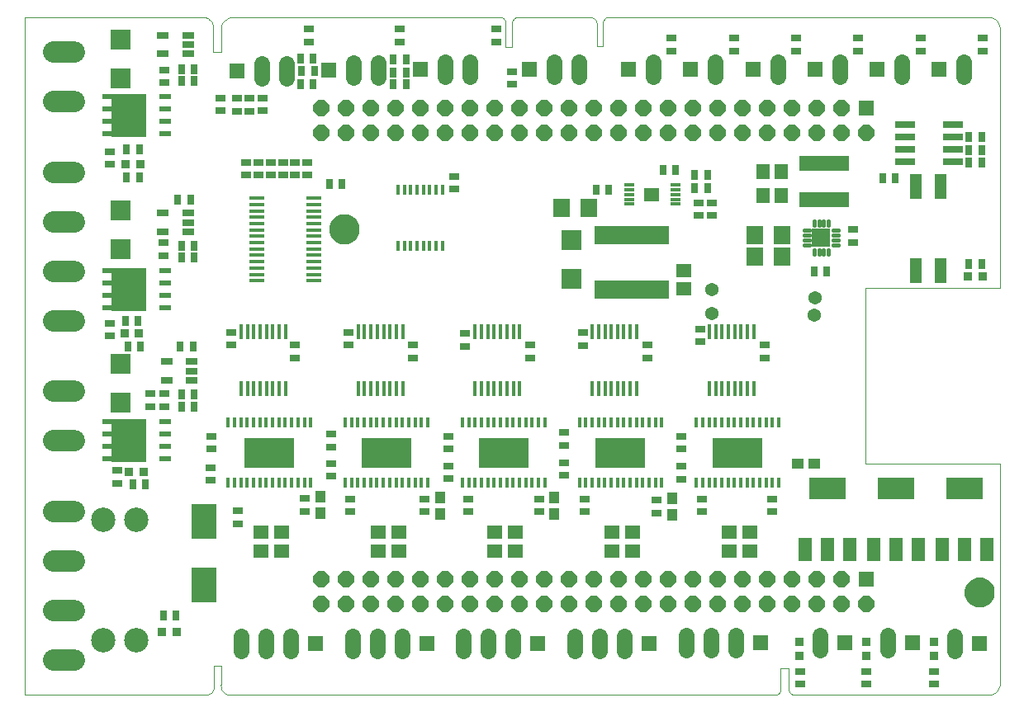
<source format=gts>
G75*
%MOIN*%
%OFA0B0*%
%FSLAX24Y24*%
%IPPOS*%
%LPD*%
%AMOC8*
5,1,8,0,0,1.08239X$1,22.5*
%
%ADD10C,0.0000*%
%ADD11R,0.0178X0.0434*%
%ADD12R,0.2009X0.1221*%
%ADD13R,0.0180X0.0620*%
%ADD14R,0.0160X0.0430*%
%ADD15R,0.0394X0.0316*%
%ADD16R,0.0631X0.0552*%
%ADD17R,0.0355X0.0355*%
%ADD18R,0.0520X0.0920*%
%ADD19R,0.1457X0.0906*%
%ADD20R,0.0316X0.0394*%
%ADD21R,0.0620X0.0180*%
%ADD22R,0.0473X0.0434*%
%ADD23R,0.0434X0.0473*%
%ADD24R,0.0640X0.0640*%
%ADD25C,0.0640*%
%ADD26C,0.0865*%
%ADD27R,0.0485X0.1001*%
%ADD28R,0.1024X0.1418*%
%ADD29R,0.0827X0.0827*%
%ADD30C,0.0158*%
%ADD31R,0.0749X0.0749*%
%ADD32R,0.0670X0.0749*%
%ADD33R,0.0552X0.0631*%
%ADD34R,0.2009X0.0591*%
%ADD35R,0.0434X0.0158*%
%ADD36R,0.2993X0.0749*%
%ADD37R,0.0820X0.0250*%
%ADD38C,0.0500*%
%ADD39C,0.0434*%
%ADD40C,0.0540*%
%ADD41R,0.0473X0.0237*%
%ADD42R,0.1418X0.1733*%
%ADD43R,0.0512X0.0257*%
%ADD44OC8,0.0640*%
%ADD45C,0.0985*%
D10*
X002484Y003433D02*
X009806Y003433D01*
X009807Y003433D02*
X009841Y003436D01*
X009875Y003443D01*
X009909Y003454D01*
X009941Y003467D01*
X009971Y003484D01*
X010000Y003503D01*
X010027Y003525D01*
X010052Y003550D01*
X010073Y003577D01*
X010093Y003606D01*
X010109Y003637D01*
X010122Y003670D01*
X010132Y003703D01*
X010138Y003737D01*
X010142Y003772D01*
X010141Y003807D01*
X010141Y004614D01*
X010417Y004614D01*
X010417Y003846D01*
X010416Y003847D02*
X010415Y003809D01*
X010418Y003771D01*
X010424Y003734D01*
X010434Y003697D01*
X010448Y003662D01*
X010464Y003628D01*
X010485Y003596D01*
X010508Y003566D01*
X010534Y003539D01*
X010562Y003514D01*
X010593Y003492D01*
X010626Y003474D01*
X010660Y003458D01*
X010696Y003446D01*
X010733Y003438D01*
X010770Y003433D01*
X010771Y003433D02*
X032779Y003433D01*
X032808Y003436D01*
X032837Y003443D01*
X032865Y003453D01*
X032892Y003466D01*
X032917Y003482D01*
X032939Y003502D01*
X032960Y003523D01*
X032977Y003547D01*
X032991Y003573D01*
X033002Y003601D01*
X033010Y003630D01*
X033014Y003659D01*
X033015Y003689D01*
X033015Y004516D01*
X033330Y004516D01*
X033330Y003689D01*
X033331Y003659D01*
X033335Y003630D01*
X033343Y003601D01*
X033354Y003573D01*
X033368Y003547D01*
X033385Y003523D01*
X033406Y003502D01*
X033428Y003482D01*
X033453Y003466D01*
X033480Y003453D01*
X033508Y003443D01*
X033537Y003436D01*
X033566Y003433D01*
X041361Y003433D01*
X041402Y003432D01*
X041442Y003435D01*
X041482Y003441D01*
X041522Y003451D01*
X041560Y003464D01*
X041597Y003480D01*
X041632Y003500D01*
X041666Y003522D01*
X041698Y003548D01*
X041727Y003576D01*
X041753Y003606D01*
X041777Y003639D01*
X041798Y003674D01*
X041816Y003710D01*
X041831Y003748D01*
X041842Y003786D01*
X041850Y003826D01*
X041854Y003866D01*
X041854Y012783D01*
X036417Y012783D01*
X036417Y019870D01*
X041854Y019870D01*
X041854Y030402D01*
X041854Y030401D02*
X041849Y030441D01*
X041841Y030480D01*
X041829Y030519D01*
X041814Y030556D01*
X041796Y030592D01*
X041775Y030626D01*
X041751Y030658D01*
X041724Y030688D01*
X041695Y030715D01*
X041664Y030740D01*
X041630Y030762D01*
X041595Y030781D01*
X041558Y030796D01*
X041520Y030809D01*
X041481Y030818D01*
X041442Y030824D01*
X041402Y030826D01*
X041362Y030825D01*
X041361Y030825D02*
X026056Y030825D01*
X026028Y030820D01*
X026000Y030812D01*
X025973Y030800D01*
X025947Y030786D01*
X025924Y030768D01*
X025903Y030748D01*
X025885Y030725D01*
X025869Y030701D01*
X025856Y030674D01*
X025847Y030646D01*
X025841Y030618D01*
X025839Y030589D01*
X025840Y030559D01*
X025840Y029634D01*
X025584Y029634D01*
X025584Y030539D01*
X025585Y030570D01*
X025582Y030601D01*
X025575Y030631D01*
X025564Y030661D01*
X025550Y030688D01*
X025533Y030714D01*
X025513Y030738D01*
X025490Y030759D01*
X025465Y030777D01*
X025437Y030792D01*
X025408Y030803D01*
X025378Y030811D01*
X025348Y030815D01*
X022365Y030815D01*
X022366Y030815D02*
X022338Y030808D01*
X022310Y030798D01*
X022285Y030785D01*
X022261Y030769D01*
X022239Y030751D01*
X022219Y030729D01*
X022202Y030706D01*
X022189Y030681D01*
X022178Y030654D01*
X022171Y030626D01*
X022167Y030597D01*
X022166Y030568D01*
X022169Y030540D01*
X022169Y030539D02*
X022169Y029614D01*
X021913Y029614D01*
X021913Y030539D01*
X021912Y030540D02*
X021915Y030568D01*
X021914Y030597D01*
X021910Y030626D01*
X021903Y030654D01*
X021892Y030681D01*
X021879Y030706D01*
X021862Y030729D01*
X021842Y030751D01*
X021820Y030769D01*
X021796Y030785D01*
X021771Y030798D01*
X021743Y030808D01*
X021715Y030815D01*
X021716Y030815D02*
X010889Y030815D01*
X010848Y030813D01*
X010807Y030808D01*
X010767Y030799D01*
X010728Y030787D01*
X010690Y030771D01*
X010653Y030752D01*
X010618Y030730D01*
X010586Y030705D01*
X010555Y030677D01*
X010527Y030646D01*
X010502Y030614D01*
X010480Y030579D01*
X010461Y030542D01*
X010445Y030504D01*
X010433Y030465D01*
X010424Y030425D01*
X010419Y030384D01*
X010417Y030343D01*
X010417Y029398D01*
X010102Y029398D01*
X010102Y030343D01*
X010105Y030382D01*
X010104Y030421D01*
X010100Y030459D01*
X010093Y030498D01*
X010082Y030535D01*
X010067Y030571D01*
X010050Y030606D01*
X010029Y030639D01*
X010005Y030670D01*
X009978Y030698D01*
X009949Y030724D01*
X009918Y030747D01*
X009885Y030768D01*
X009850Y030785D01*
X009813Y030798D01*
X009776Y030809D01*
X009737Y030816D01*
X009737Y030815D02*
X002484Y030815D01*
X002484Y003433D01*
D11*
X010712Y012011D03*
X010968Y012011D03*
X011224Y012011D03*
X011480Y012011D03*
X011736Y012011D03*
X011991Y012011D03*
X012247Y012011D03*
X012503Y012011D03*
X012759Y012011D03*
X013015Y012011D03*
X013271Y012011D03*
X013527Y012011D03*
X013783Y012011D03*
X014039Y012011D03*
X015436Y012011D03*
X015692Y012011D03*
X015948Y012011D03*
X016204Y012011D03*
X016460Y012011D03*
X016716Y012011D03*
X016972Y012011D03*
X017228Y012011D03*
X017484Y012011D03*
X017739Y012011D03*
X017995Y012011D03*
X018251Y012011D03*
X018507Y012011D03*
X018763Y012011D03*
X020161Y012011D03*
X020417Y012011D03*
X020673Y012011D03*
X020928Y012011D03*
X021184Y012011D03*
X021440Y012011D03*
X021696Y012011D03*
X021952Y012011D03*
X022208Y012011D03*
X022464Y012011D03*
X022720Y012011D03*
X022976Y012011D03*
X023232Y012011D03*
X023487Y012011D03*
X024885Y012011D03*
X025141Y012011D03*
X025397Y012011D03*
X025653Y012011D03*
X025909Y012011D03*
X026165Y012011D03*
X026421Y012011D03*
X026676Y012011D03*
X026932Y012011D03*
X027188Y012011D03*
X027444Y012011D03*
X027700Y012011D03*
X027956Y012011D03*
X028212Y012011D03*
X029610Y012011D03*
X029865Y012011D03*
X030121Y012011D03*
X030377Y012011D03*
X030633Y012011D03*
X030889Y012011D03*
X031145Y012011D03*
X031401Y012011D03*
X031657Y012011D03*
X031913Y012011D03*
X032169Y012011D03*
X032424Y012011D03*
X032680Y012011D03*
X032936Y012011D03*
X032936Y014442D03*
X032680Y014442D03*
X032424Y014442D03*
X032169Y014442D03*
X031913Y014442D03*
X031657Y014442D03*
X031401Y014442D03*
X031145Y014442D03*
X030889Y014442D03*
X030633Y014442D03*
X030377Y014442D03*
X030121Y014442D03*
X029865Y014442D03*
X029610Y014442D03*
X028212Y014442D03*
X027956Y014442D03*
X027700Y014442D03*
X027444Y014442D03*
X027188Y014442D03*
X026932Y014442D03*
X026676Y014442D03*
X026421Y014442D03*
X026165Y014442D03*
X025909Y014442D03*
X025653Y014442D03*
X025397Y014442D03*
X025141Y014442D03*
X024885Y014442D03*
X023487Y014442D03*
X023232Y014442D03*
X022976Y014442D03*
X022720Y014442D03*
X022464Y014442D03*
X022208Y014442D03*
X021952Y014442D03*
X021696Y014442D03*
X021440Y014442D03*
X021184Y014442D03*
X020928Y014442D03*
X020673Y014442D03*
X020417Y014442D03*
X020161Y014442D03*
X018763Y014442D03*
X018507Y014442D03*
X018251Y014442D03*
X017995Y014442D03*
X017739Y014442D03*
X017484Y014442D03*
X017228Y014442D03*
X016972Y014442D03*
X016716Y014442D03*
X016460Y014442D03*
X016204Y014442D03*
X015948Y014442D03*
X015692Y014442D03*
X015436Y014442D03*
X014039Y014442D03*
X013783Y014442D03*
X013527Y014442D03*
X013271Y014442D03*
X013015Y014442D03*
X012759Y014442D03*
X012503Y014442D03*
X012247Y014442D03*
X011991Y014442D03*
X011736Y014442D03*
X011480Y014442D03*
X011224Y014442D03*
X010968Y014442D03*
X010712Y014442D03*
D12*
X012375Y013226D03*
X017100Y013226D03*
X021824Y013226D03*
X026549Y013226D03*
X031273Y013226D03*
D13*
X031157Y015817D03*
X031407Y015817D03*
X031667Y015817D03*
X031927Y015817D03*
X030897Y015817D03*
X030647Y015817D03*
X030387Y015817D03*
X030127Y015817D03*
X030127Y018117D03*
X030387Y018117D03*
X030647Y018117D03*
X030897Y018117D03*
X031157Y018117D03*
X031407Y018117D03*
X031667Y018117D03*
X031927Y018117D03*
X027202Y018117D03*
X026942Y018117D03*
X026682Y018117D03*
X026432Y018117D03*
X026172Y018117D03*
X025922Y018117D03*
X025662Y018117D03*
X025402Y018117D03*
X025402Y015817D03*
X025662Y015817D03*
X025922Y015817D03*
X026172Y015817D03*
X026432Y015817D03*
X026682Y015817D03*
X026942Y015817D03*
X027202Y015817D03*
X022478Y015817D03*
X022218Y015817D03*
X021958Y015817D03*
X021708Y015817D03*
X021448Y015817D03*
X021198Y015817D03*
X020938Y015817D03*
X020678Y015817D03*
X020678Y018117D03*
X020938Y018117D03*
X021198Y018117D03*
X021448Y018117D03*
X021708Y018117D03*
X021958Y018117D03*
X022218Y018117D03*
X022478Y018117D03*
X017754Y018117D03*
X017494Y018117D03*
X017234Y018117D03*
X016984Y018117D03*
X016724Y018117D03*
X016474Y018117D03*
X016214Y018117D03*
X015954Y018117D03*
X015954Y015817D03*
X016214Y015817D03*
X016474Y015817D03*
X016724Y015817D03*
X016984Y015817D03*
X017234Y015817D03*
X017494Y015817D03*
X017754Y015817D03*
X013029Y015817D03*
X012769Y015817D03*
X012509Y015817D03*
X012259Y015817D03*
X011999Y015817D03*
X011749Y015817D03*
X011489Y015817D03*
X011229Y015817D03*
X011229Y018117D03*
X011489Y018117D03*
X011749Y018117D03*
X011999Y018117D03*
X012259Y018117D03*
X012509Y018117D03*
X012769Y018117D03*
X013029Y018117D03*
D14*
X017562Y021566D03*
X017818Y021566D03*
X018074Y021566D03*
X018330Y021566D03*
X018586Y021566D03*
X018842Y021566D03*
X019098Y021566D03*
X019354Y021566D03*
X019354Y023863D03*
X019098Y023863D03*
X018842Y023863D03*
X018586Y023863D03*
X018330Y023863D03*
X018074Y023863D03*
X017818Y023863D03*
X017562Y023863D03*
D15*
X019836Y023866D03*
X019836Y024378D03*
X022154Y028117D03*
X022154Y028629D03*
X021539Y029821D03*
X021539Y030333D03*
X017621Y030333D03*
X017621Y029821D03*
X013950Y029821D03*
X013950Y030333D03*
X012090Y027547D03*
X012090Y027035D03*
X011558Y027026D03*
X011056Y027026D03*
X011056Y027537D03*
X011558Y027537D03*
X010407Y027557D03*
X010407Y027045D03*
X008143Y028177D03*
X008143Y028689D03*
X005928Y025392D03*
X005928Y024880D03*
X008094Y021701D03*
X008094Y021189D03*
X005928Y018453D03*
X005928Y017941D03*
X007552Y015598D03*
X007552Y015087D03*
X008143Y015087D03*
X008143Y015598D03*
X010023Y013883D03*
X010023Y013371D03*
X010013Y012610D03*
X010013Y012098D03*
X011084Y010864D03*
X011084Y010353D03*
X013786Y010863D03*
X013786Y011374D03*
X014865Y012272D03*
X014865Y012783D03*
X014856Y013453D03*
X014856Y013965D03*
X015623Y011346D03*
X015623Y010835D03*
X018645Y010835D03*
X018645Y011346D03*
X019592Y012164D03*
X019592Y012675D03*
X019592Y013374D03*
X019592Y013886D03*
X020387Y011346D03*
X020387Y010835D03*
X023251Y010835D03*
X023251Y011346D03*
X024275Y012311D03*
X024275Y012823D03*
X024275Y013523D03*
X024275Y014035D03*
X025111Y011346D03*
X025111Y010835D03*
X028015Y010795D03*
X028015Y011307D03*
X028999Y012154D03*
X028999Y012665D03*
X028989Y013374D03*
X028989Y013886D03*
X029836Y011346D03*
X029836Y010835D03*
X032659Y010835D03*
X032659Y011346D03*
X032356Y017055D03*
X032356Y017567D03*
X029756Y017715D03*
X029756Y018227D03*
X027631Y017567D03*
X027631Y017055D03*
X025031Y017555D03*
X025031Y018067D03*
X022907Y017567D03*
X022907Y017055D03*
X020267Y017525D03*
X020267Y018037D03*
X018182Y017567D03*
X018182Y017055D03*
X015562Y017565D03*
X015562Y018077D03*
X013409Y017567D03*
X013409Y017055D03*
X010829Y017565D03*
X010829Y018077D03*
X006224Y012498D03*
X006224Y011986D03*
X011440Y024437D03*
X011932Y024437D03*
X012424Y024437D03*
X012917Y024437D03*
X013409Y024437D03*
X013409Y024949D03*
X012917Y024949D03*
X012424Y024949D03*
X011932Y024949D03*
X011440Y024949D03*
X013901Y024949D03*
X013901Y024437D03*
X028615Y029457D03*
X028615Y029969D03*
X031125Y029969D03*
X031125Y029457D03*
X033635Y029457D03*
X033635Y029969D03*
X036145Y029969D03*
X036145Y029457D03*
X038655Y029457D03*
X038655Y029969D03*
X041165Y029969D03*
X041165Y029457D03*
X035948Y022242D03*
X035948Y021730D03*
X030239Y022813D03*
X030239Y023325D03*
X029698Y023325D03*
X029698Y022813D03*
X033793Y004388D03*
X033793Y003876D03*
X036480Y003876D03*
X036480Y004388D03*
X039196Y004388D03*
X039196Y003876D03*
D16*
X031765Y009260D03*
X031765Y010008D03*
X030928Y010008D03*
X030928Y009260D03*
X027041Y009260D03*
X027041Y010008D03*
X026204Y010008D03*
X026204Y009260D03*
X022316Y009260D03*
X022316Y010008D03*
X021480Y010008D03*
X021480Y009260D03*
X017592Y009260D03*
X017592Y010008D03*
X016755Y010008D03*
X016755Y009260D03*
X012867Y009260D03*
X012867Y010008D03*
X012031Y010008D03*
X012031Y009260D03*
X029108Y019841D03*
X029108Y020589D03*
X027812Y023652D03*
D17*
X040574Y020362D03*
X041165Y020362D03*
X039196Y005589D03*
X039196Y004998D03*
X036470Y004998D03*
X036470Y005589D03*
X033773Y005589D03*
X033773Y004998D03*
X008635Y005992D03*
X008045Y005992D03*
X007306Y012439D03*
X006716Y012439D03*
X006519Y018049D03*
X007110Y018049D03*
X007159Y024890D03*
X006568Y024890D03*
D18*
X033985Y009329D03*
X034895Y009329D03*
X035805Y009329D03*
X036761Y009329D03*
X037671Y009329D03*
X038580Y009329D03*
X039517Y009329D03*
X040426Y009329D03*
X041336Y009329D03*
D19*
X040426Y011769D03*
X037671Y011769D03*
X034895Y011769D03*
D20*
X034865Y020539D03*
X034354Y020539D03*
X030052Y023906D03*
X029541Y023906D03*
X029541Y024447D03*
X030052Y024447D03*
X028773Y024644D03*
X028261Y024644D03*
X026066Y023856D03*
X025554Y023856D03*
X017887Y028098D03*
X017887Y028581D03*
X017375Y028581D03*
X017375Y028098D03*
X017375Y029112D03*
X017887Y029112D03*
X014186Y028650D03*
X013674Y028650D03*
X013625Y028098D03*
X014137Y028098D03*
X014137Y029161D03*
X013625Y029161D03*
X009334Y028728D03*
X009334Y028236D03*
X008822Y028236D03*
X008822Y028728D03*
X007119Y025480D03*
X006608Y025480D03*
X006608Y024348D03*
X007119Y024348D03*
X008674Y023463D03*
X009186Y023463D03*
X009334Y021593D03*
X008822Y021593D03*
X008822Y021100D03*
X009334Y021100D03*
X007070Y018541D03*
X006558Y018541D03*
X006657Y017508D03*
X007169Y017508D03*
X008773Y017508D03*
X009285Y017508D03*
X009334Y015589D03*
X009334Y015096D03*
X008822Y015096D03*
X008822Y015589D03*
X007365Y011947D03*
X006854Y011947D03*
X008084Y006632D03*
X008596Y006632D03*
X014795Y024075D03*
X015306Y024075D03*
X037119Y024299D03*
X037631Y024299D03*
X040613Y024939D03*
X041125Y024939D03*
X041125Y025431D03*
X040613Y025431D03*
X040613Y025972D03*
X041125Y025972D03*
X041125Y020854D03*
X040613Y020854D03*
D21*
X014165Y020939D03*
X014165Y020689D03*
X014165Y020429D03*
X014165Y020179D03*
X014165Y021199D03*
X014165Y021459D03*
X014165Y021709D03*
X014165Y021969D03*
X014165Y022219D03*
X014165Y022479D03*
X014165Y022739D03*
X014165Y022989D03*
X014165Y023249D03*
X014165Y023499D03*
X011865Y023499D03*
X011865Y023249D03*
X011865Y022989D03*
X011865Y022739D03*
X011865Y022479D03*
X011865Y022219D03*
X011865Y021969D03*
X011865Y021709D03*
X011865Y021459D03*
X011865Y021199D03*
X011865Y020939D03*
X011865Y020689D03*
X011865Y020429D03*
X011865Y020179D03*
D22*
X033700Y012770D03*
X034369Y012770D03*
D23*
X028635Y011386D03*
X028635Y010717D03*
X023871Y010736D03*
X023871Y011406D03*
X019265Y011406D03*
X019265Y010736D03*
X014423Y010776D03*
X014423Y011445D03*
D24*
X014239Y005500D03*
X018728Y005500D03*
X023216Y005500D03*
X027704Y005500D03*
X032192Y005539D03*
X035602Y005539D03*
X038318Y005539D03*
X041035Y005500D03*
X036466Y008116D03*
X036466Y027161D03*
X036905Y028709D03*
X039415Y028709D03*
X034395Y028709D03*
X031885Y028709D03*
X029375Y028709D03*
X026865Y028709D03*
X022871Y028709D03*
X018472Y028709D03*
X014751Y028669D03*
X011070Y028650D03*
D25*
X012070Y028950D02*
X012070Y028350D01*
X013070Y028350D02*
X013070Y028950D01*
X015751Y028969D02*
X015751Y028369D01*
X016751Y028369D02*
X016751Y028969D01*
X019472Y029009D02*
X019472Y028409D01*
X020472Y028409D02*
X020472Y029009D01*
X023871Y029009D02*
X023871Y028409D01*
X024871Y028409D02*
X024871Y029009D01*
X027865Y029009D02*
X027865Y028409D01*
X030375Y028409D02*
X030375Y029009D01*
X032885Y029009D02*
X032885Y028409D01*
X035395Y028409D02*
X035395Y029009D01*
X037905Y029009D02*
X037905Y028409D01*
X040415Y028409D02*
X040415Y029009D01*
X037318Y005839D02*
X037318Y005239D01*
X034602Y005239D02*
X034602Y005839D01*
X031192Y005839D02*
X031192Y005239D01*
X030192Y005239D02*
X030192Y005839D01*
X029192Y005839D02*
X029192Y005239D01*
X026704Y005200D02*
X026704Y005800D01*
X025704Y005800D02*
X025704Y005200D01*
X024704Y005200D02*
X024704Y005800D01*
X022216Y005800D02*
X022216Y005200D01*
X021216Y005200D02*
X021216Y005800D01*
X020216Y005800D02*
X020216Y005200D01*
X017728Y005200D02*
X017728Y005800D01*
X016728Y005800D02*
X016728Y005200D01*
X015728Y005200D02*
X015728Y005800D01*
X013239Y005800D02*
X013239Y005200D01*
X012239Y005200D02*
X012239Y005800D01*
X011239Y005800D02*
X011239Y005200D01*
X040035Y005200D02*
X040035Y005800D01*
D26*
X004493Y004862D02*
X003668Y004862D01*
X003668Y006862D02*
X004493Y006862D01*
X004493Y008862D02*
X003668Y008862D01*
X003668Y010862D02*
X004493Y010862D01*
X004493Y013713D02*
X003668Y013713D01*
X003668Y015713D02*
X004493Y015713D01*
X004493Y018563D02*
X003668Y018563D01*
X003668Y020563D02*
X004493Y020563D01*
X004493Y022563D02*
X003668Y022563D01*
X003668Y024563D02*
X004493Y024563D01*
X004493Y027413D02*
X003668Y027413D01*
X003668Y029413D02*
X004493Y029413D01*
D27*
X038450Y023974D03*
X039450Y023974D03*
X039450Y020589D03*
X038450Y020589D03*
D28*
X009728Y010441D03*
X009728Y007882D03*
D29*
X006371Y015244D03*
X006371Y016819D03*
X006371Y021445D03*
X006371Y023020D03*
X006371Y028335D03*
X006371Y029909D03*
X024560Y021829D03*
X024560Y020254D03*
D30*
X033980Y021622D02*
X034156Y021622D01*
X034156Y021819D02*
X033980Y021819D01*
X033980Y022016D02*
X034156Y022016D01*
X034156Y022213D02*
X033980Y022213D01*
X034354Y022410D02*
X034354Y022586D01*
X034550Y022586D02*
X034550Y022410D01*
X034747Y022410D02*
X034747Y022586D01*
X034944Y022586D02*
X034944Y022410D01*
X035142Y022213D02*
X035318Y022213D01*
X035318Y022016D02*
X035142Y022016D01*
X035142Y021819D02*
X035318Y021819D01*
X035318Y021622D02*
X035142Y021622D01*
X034944Y021425D02*
X034944Y021249D01*
X034747Y021249D02*
X034747Y021425D01*
X034550Y021425D02*
X034550Y021249D01*
X034354Y021249D02*
X034354Y021425D01*
D31*
X034649Y021917D03*
D32*
X033074Y022006D03*
X031972Y022006D03*
X031972Y021150D03*
X033074Y021150D03*
X025279Y023118D03*
X024176Y023118D03*
D33*
X032297Y023630D03*
X033045Y023630D03*
X033045Y024594D03*
X032297Y024594D03*
D34*
X034767Y024909D03*
X034767Y023453D03*
D35*
X028773Y023463D03*
X028773Y023657D03*
X028773Y023856D03*
X028773Y024053D03*
X028773Y023266D03*
X026883Y023266D03*
X026883Y023463D03*
X026883Y023657D03*
X026883Y023856D03*
X026883Y024053D03*
D36*
X026991Y022006D03*
X026991Y019801D03*
D37*
X038029Y024976D03*
X038029Y025476D03*
X038029Y025976D03*
X038029Y026476D03*
X039969Y026476D03*
X039969Y025976D03*
X039969Y025476D03*
X039969Y024976D03*
D38*
X040673Y007587D02*
X040675Y007624D01*
X040681Y007661D01*
X040690Y007696D01*
X040704Y007731D01*
X040720Y007764D01*
X040741Y007795D01*
X040764Y007824D01*
X040790Y007850D01*
X040819Y007873D01*
X040850Y007894D01*
X040883Y007910D01*
X040918Y007924D01*
X040953Y007933D01*
X040990Y007939D01*
X041027Y007941D01*
X041064Y007939D01*
X041101Y007933D01*
X041136Y007924D01*
X041171Y007910D01*
X041204Y007894D01*
X041235Y007873D01*
X041264Y007850D01*
X041290Y007824D01*
X041313Y007795D01*
X041334Y007764D01*
X041350Y007731D01*
X041364Y007696D01*
X041373Y007661D01*
X041379Y007624D01*
X041381Y007587D01*
X041379Y007550D01*
X041373Y007513D01*
X041364Y007478D01*
X041350Y007443D01*
X041334Y007410D01*
X041313Y007379D01*
X041290Y007350D01*
X041264Y007324D01*
X041235Y007301D01*
X041204Y007280D01*
X041171Y007264D01*
X041136Y007250D01*
X041101Y007241D01*
X041064Y007235D01*
X041027Y007233D01*
X040990Y007235D01*
X040953Y007241D01*
X040918Y007250D01*
X040883Y007264D01*
X040850Y007280D01*
X040819Y007301D01*
X040790Y007324D01*
X040764Y007350D01*
X040741Y007379D01*
X040720Y007410D01*
X040704Y007443D01*
X040690Y007478D01*
X040681Y007513D01*
X040675Y007550D01*
X040673Y007587D01*
X015033Y022262D02*
X015035Y022299D01*
X015041Y022336D01*
X015050Y022371D01*
X015064Y022406D01*
X015080Y022439D01*
X015101Y022470D01*
X015124Y022499D01*
X015150Y022525D01*
X015179Y022548D01*
X015210Y022569D01*
X015243Y022585D01*
X015278Y022599D01*
X015313Y022608D01*
X015350Y022614D01*
X015387Y022616D01*
X015424Y022614D01*
X015461Y022608D01*
X015496Y022599D01*
X015531Y022585D01*
X015564Y022569D01*
X015595Y022548D01*
X015624Y022525D01*
X015650Y022499D01*
X015673Y022470D01*
X015694Y022439D01*
X015710Y022406D01*
X015724Y022371D01*
X015733Y022336D01*
X015739Y022299D01*
X015741Y022262D01*
X015739Y022225D01*
X015733Y022188D01*
X015724Y022153D01*
X015710Y022118D01*
X015694Y022085D01*
X015673Y022054D01*
X015650Y022025D01*
X015624Y021999D01*
X015595Y021976D01*
X015564Y021955D01*
X015531Y021939D01*
X015496Y021925D01*
X015461Y021916D01*
X015424Y021910D01*
X015387Y021908D01*
X015350Y021910D01*
X015313Y021916D01*
X015278Y021925D01*
X015243Y021939D01*
X015210Y021955D01*
X015179Y021976D01*
X015150Y021999D01*
X015124Y022025D01*
X015101Y022054D01*
X015080Y022085D01*
X015064Y022118D01*
X015050Y022153D01*
X015041Y022188D01*
X015035Y022225D01*
X015033Y022262D01*
D39*
X015387Y022262D03*
X041027Y007587D03*
D40*
X034373Y018787D03*
X034393Y019476D03*
X030239Y019821D03*
X030239Y018837D03*
D41*
X008153Y019071D03*
X008153Y019571D03*
X008153Y020071D03*
X008153Y020571D03*
X005869Y020571D03*
X005869Y020071D03*
X005869Y019571D03*
X005869Y019071D03*
X005869Y014469D03*
X005869Y013969D03*
X005869Y013469D03*
X005869Y012969D03*
X008153Y012969D03*
X008153Y013469D03*
X008153Y013969D03*
X008153Y014469D03*
X008153Y026108D03*
X008153Y026608D03*
X008153Y027108D03*
X008153Y027608D03*
X005869Y027608D03*
X005869Y027108D03*
X005869Y026608D03*
X005869Y026108D03*
D42*
X006716Y026858D03*
X006716Y019821D03*
X006716Y013719D03*
D43*
X008222Y016150D03*
X008222Y016898D03*
X009245Y016898D03*
X009245Y016524D03*
X009245Y016150D03*
X009098Y022154D03*
X009098Y022528D03*
X009098Y022902D03*
X008074Y022902D03*
X008074Y022154D03*
X008074Y029339D03*
X008074Y030087D03*
X009098Y030087D03*
X009098Y029713D03*
X009098Y029339D03*
D44*
X014466Y027161D03*
X015466Y027161D03*
X015466Y026161D03*
X014466Y026161D03*
X016466Y026161D03*
X017466Y026161D03*
X018466Y026161D03*
X019466Y026161D03*
X020466Y026161D03*
X021466Y026161D03*
X022466Y026161D03*
X023466Y026161D03*
X024466Y026161D03*
X025466Y026161D03*
X026466Y026161D03*
X027466Y026161D03*
X028466Y026161D03*
X029466Y026161D03*
X030466Y026161D03*
X031466Y026161D03*
X032466Y026161D03*
X033466Y026161D03*
X034466Y026161D03*
X035466Y026161D03*
X036466Y026161D03*
X035466Y027161D03*
X034466Y027161D03*
X033466Y027161D03*
X032466Y027161D03*
X031466Y027161D03*
X030466Y027161D03*
X029466Y027161D03*
X028466Y027161D03*
X027466Y027161D03*
X026466Y027161D03*
X025466Y027161D03*
X024466Y027161D03*
X023466Y027161D03*
X022466Y027161D03*
X021466Y027161D03*
X020466Y027161D03*
X019466Y027161D03*
X018466Y027161D03*
X017466Y027161D03*
X016466Y027161D03*
X016466Y008116D03*
X017466Y008116D03*
X018466Y008116D03*
X019466Y008116D03*
X020466Y008116D03*
X021466Y008116D03*
X022466Y008116D03*
X023466Y008116D03*
X024466Y008116D03*
X025466Y008116D03*
X026466Y008116D03*
X027466Y008116D03*
X028466Y008116D03*
X029466Y008116D03*
X030466Y008116D03*
X031466Y008116D03*
X032466Y008116D03*
X033466Y008116D03*
X034466Y008116D03*
X035466Y008116D03*
X035466Y007116D03*
X036466Y007116D03*
X034466Y007116D03*
X033466Y007116D03*
X032466Y007116D03*
X031466Y007116D03*
X030466Y007116D03*
X029466Y007116D03*
X028466Y007116D03*
X027466Y007116D03*
X026466Y007116D03*
X025466Y007116D03*
X024466Y007116D03*
X023466Y007116D03*
X022466Y007116D03*
X021466Y007116D03*
X020466Y007116D03*
X019466Y007116D03*
X018466Y007116D03*
X017466Y007116D03*
X016466Y007116D03*
X015466Y007116D03*
X014466Y007116D03*
X014466Y008116D03*
X015466Y008116D03*
D45*
X007011Y010520D03*
X005673Y010520D03*
X005673Y005638D03*
X007011Y005638D03*
M02*

</source>
